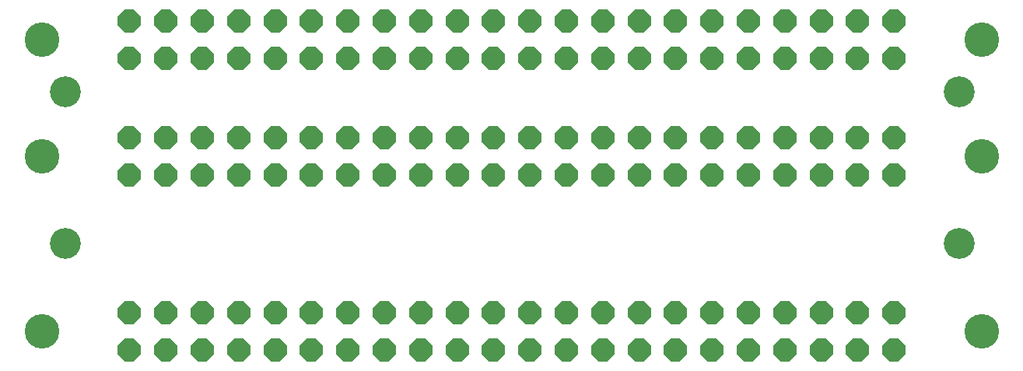
<source format=gts>
G04 EAGLE Gerber RS-274X export*
G75*
%MOMM*%
%FSLAX34Y34*%
%LPD*%
%INSoldermask Top*%
%IPPOS*%
%AMOC8*
5,1,8,0,0,1.08239X$1,22.5*%
G01*
%ADD10C,3.352800*%
%ADD11P,2.694285X8X202.500000*%
%ADD12P,2.694285X8X22.500000*%
%ADD13C,3.759200*%


D10*
X63500Y146050D03*
X1035812Y146050D03*
X63500Y311150D03*
X1035812Y311150D03*
D11*
X568960Y261620D03*
X568960Y220980D03*
X608584Y261620D03*
X648208Y261620D03*
X687832Y261620D03*
X727456Y261620D03*
X767080Y261620D03*
X806704Y261620D03*
X846328Y261620D03*
X885952Y261620D03*
X925576Y261620D03*
X965200Y261620D03*
X608584Y220980D03*
X648208Y220980D03*
X687832Y220980D03*
X727456Y220980D03*
X767080Y220980D03*
X806704Y220980D03*
X846328Y220980D03*
X885952Y220980D03*
X925576Y220980D03*
X965200Y220980D03*
D12*
X529336Y220980D03*
X529336Y261620D03*
X489712Y220980D03*
X450088Y220980D03*
X410464Y220980D03*
X370840Y220980D03*
X331216Y220980D03*
X291592Y220980D03*
X251968Y220980D03*
X212344Y220980D03*
X172720Y220980D03*
X133096Y220980D03*
X489712Y261620D03*
X450088Y261620D03*
X410464Y261620D03*
X370840Y261620D03*
X331216Y261620D03*
X291592Y261620D03*
X251968Y261620D03*
X212344Y261620D03*
X172720Y261620D03*
X133096Y261620D03*
D13*
X37592Y241300D03*
X1060704Y241300D03*
D11*
X568960Y71120D03*
X568960Y30480D03*
X608584Y71120D03*
X648208Y71120D03*
X687832Y71120D03*
X727456Y71120D03*
X767080Y71120D03*
X806704Y71120D03*
X846328Y71120D03*
X885952Y71120D03*
X925576Y71120D03*
X965200Y71120D03*
X608584Y30480D03*
X648208Y30480D03*
X687832Y30480D03*
X727456Y30480D03*
X767080Y30480D03*
X806704Y30480D03*
X846328Y30480D03*
X885952Y30480D03*
X925576Y30480D03*
X965200Y30480D03*
D12*
X529336Y30480D03*
X529336Y71120D03*
X489712Y30480D03*
X450088Y30480D03*
X410464Y30480D03*
X370840Y30480D03*
X331216Y30480D03*
X291592Y30480D03*
X251968Y30480D03*
X212344Y30480D03*
X172720Y30480D03*
X133096Y30480D03*
X489712Y71120D03*
X450088Y71120D03*
X410464Y71120D03*
X370840Y71120D03*
X331216Y71120D03*
X291592Y71120D03*
X251968Y71120D03*
X212344Y71120D03*
X172720Y71120D03*
X133096Y71120D03*
D13*
X37592Y50800D03*
X1060704Y50800D03*
D11*
X568960Y388620D03*
X568960Y347980D03*
X608584Y388620D03*
X648208Y388620D03*
X687832Y388620D03*
X727456Y388620D03*
X767080Y388620D03*
X806704Y388620D03*
X846328Y388620D03*
X885952Y388620D03*
X925576Y388620D03*
X965200Y388620D03*
X608584Y347980D03*
X648208Y347980D03*
X687832Y347980D03*
X727456Y347980D03*
X767080Y347980D03*
X806704Y347980D03*
X846328Y347980D03*
X885952Y347980D03*
X925576Y347980D03*
X965200Y347980D03*
D12*
X529336Y347980D03*
X529336Y388620D03*
X489712Y347980D03*
X450088Y347980D03*
X410464Y347980D03*
X370840Y347980D03*
X331216Y347980D03*
X291592Y347980D03*
X251968Y347980D03*
X212344Y347980D03*
X172720Y347980D03*
X133096Y347980D03*
X489712Y388620D03*
X450088Y388620D03*
X410464Y388620D03*
X370840Y388620D03*
X331216Y388620D03*
X291592Y388620D03*
X251968Y388620D03*
X212344Y388620D03*
X172720Y388620D03*
X133096Y388620D03*
D13*
X37592Y368300D03*
X1060704Y368300D03*
M02*

</source>
